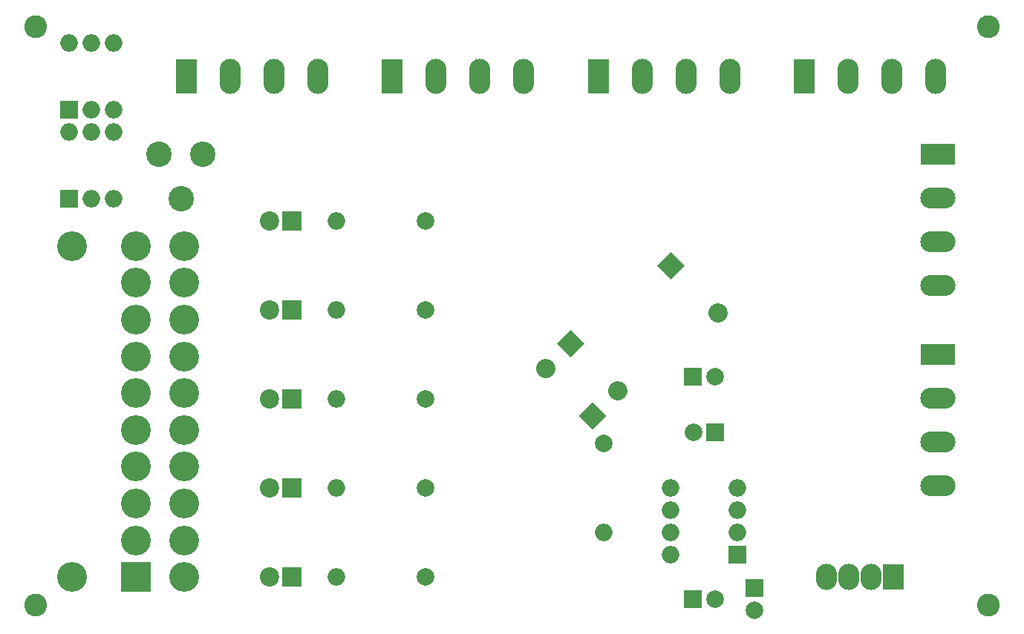
<source format=gbr>
G04 #@! TF.FileFunction,Soldermask,Bot*
%FSLAX46Y46*%
G04 Gerber Fmt 4.6, Leading zero omitted, Abs format (unit mm)*
G04 Created by KiCad (PCBNEW 4.0.7) date 05/09/18 21:29:34*
%MOMM*%
%LPD*%
G01*
G04 APERTURE LIST*
%ADD10C,0.100000*%
%ADD11C,2.200000*%
%ADD12R,3.400000X3.400000*%
%ADD13C,3.400000*%
%ADD14R,2.000000X2.000000*%
%ADD15C,2.000000*%
%ADD16R,2.200000X2.200000*%
%ADD17C,2.200000*%
%ADD18R,2.400000X3.000000*%
%ADD19O,2.400000X3.000000*%
%ADD20O,2.000000X2.000000*%
%ADD21C,2.900000*%
%ADD22R,2.400000X4.000000*%
%ADD23O,2.400000X4.000000*%
%ADD24R,4.000000X2.400000*%
%ADD25O,4.000000X2.400000*%
%ADD26C,2.600000*%
G04 APERTURE END LIST*
D10*
G36*
X133064365Y-71120000D02*
X134620000Y-69564365D01*
X136175635Y-71120000D01*
X134620000Y-72675635D01*
X133064365Y-71120000D01*
X133064365Y-71120000D01*
G37*
D11*
X140008154Y-76508154D02*
X140008154Y-76508154D01*
D12*
X73660000Y-106680000D03*
D13*
X73660000Y-102480000D03*
X73660000Y-98280000D03*
X73660000Y-94080000D03*
X73660000Y-89880000D03*
X73660000Y-85680000D03*
X73660000Y-81480000D03*
X73660000Y-77280000D03*
X73660000Y-73080000D03*
X73660000Y-68880000D03*
X79160000Y-106680000D03*
X79160000Y-102480000D03*
X79160000Y-98280000D03*
X79160000Y-94080000D03*
X79160000Y-89880000D03*
X79160000Y-85680000D03*
X79160000Y-81480000D03*
X79160000Y-77280000D03*
X79160000Y-73080000D03*
X79160000Y-68880000D03*
X66360000Y-106680000D03*
X66360000Y-68880000D03*
D14*
X137160000Y-83820000D03*
D15*
X139660000Y-83820000D03*
D14*
X144145000Y-107950000D03*
D15*
X144145000Y-110450000D03*
D14*
X137160000Y-109220000D03*
D15*
X139660000Y-109220000D03*
D14*
X139700000Y-90170000D03*
D15*
X137200000Y-90170000D03*
D16*
X91440000Y-66040000D03*
D17*
X88900000Y-66040000D03*
D16*
X91440000Y-76200000D03*
D17*
X88900000Y-76200000D03*
D16*
X91440000Y-86360000D03*
D17*
X88900000Y-86360000D03*
D16*
X91440000Y-96520000D03*
D17*
X88900000Y-96520000D03*
D16*
X91440000Y-106680000D03*
D17*
X88900000Y-106680000D03*
D10*
G36*
X121634365Y-80010000D02*
X123190000Y-78454365D01*
X124745635Y-80010000D01*
X123190000Y-81565635D01*
X121634365Y-80010000D01*
X121634365Y-80010000D01*
G37*
D11*
X128578154Y-85398154D02*
X128578154Y-85398154D01*
D10*
G36*
X127285635Y-88265000D02*
X125730000Y-89820635D01*
X124174365Y-88265000D01*
X125730000Y-86709365D01*
X127285635Y-88265000D01*
X127285635Y-88265000D01*
G37*
D11*
X120341846Y-82876846D02*
X120341846Y-82876846D01*
D18*
X160020000Y-106680000D03*
D19*
X157480000Y-106680000D03*
X154940000Y-106680000D03*
X152400000Y-106680000D03*
D15*
X127000000Y-91440000D03*
D20*
X127000000Y-101600000D03*
D15*
X106680000Y-66040000D03*
D20*
X96520000Y-66040000D03*
D15*
X106680000Y-76200000D03*
D20*
X96520000Y-76200000D03*
D15*
X106680000Y-86360000D03*
D20*
X96520000Y-86360000D03*
D15*
X106680000Y-96520000D03*
D20*
X96520000Y-96520000D03*
D15*
X106680000Y-106680000D03*
D20*
X96520000Y-106680000D03*
D14*
X66040000Y-53340000D03*
D20*
X71120000Y-45720000D03*
X68580000Y-53340000D03*
X68580000Y-45720000D03*
X71120000Y-53340000D03*
X66040000Y-45720000D03*
D14*
X66040000Y-63500000D03*
D20*
X71120000Y-55880000D03*
X68580000Y-63500000D03*
X68580000Y-55880000D03*
X71120000Y-63500000D03*
X66040000Y-55880000D03*
D14*
X142240000Y-104140000D03*
D20*
X134620000Y-96520000D03*
X142240000Y-101600000D03*
X134620000Y-99060000D03*
X142240000Y-99060000D03*
X134620000Y-101600000D03*
X142240000Y-96520000D03*
X134620000Y-104140000D03*
D21*
X78780000Y-63460000D03*
X76280000Y-58420000D03*
X81280000Y-58420000D03*
D22*
X79375000Y-49530000D03*
D23*
X84375000Y-49530000D03*
X89375000Y-49530000D03*
X94375000Y-49530000D03*
D22*
X102870000Y-49530000D03*
D23*
X107870000Y-49530000D03*
X112870000Y-49530000D03*
X117870000Y-49530000D03*
D22*
X126365000Y-49530000D03*
D23*
X131365000Y-49530000D03*
X136365000Y-49530000D03*
X141365000Y-49530000D03*
D22*
X149860000Y-49530000D03*
D23*
X154860000Y-49530000D03*
X159860000Y-49530000D03*
X164860000Y-49530000D03*
D24*
X165100000Y-58420000D03*
D25*
X165100000Y-63420000D03*
X165100000Y-68420000D03*
X165100000Y-73420000D03*
D24*
X165100000Y-81280000D03*
D25*
X165100000Y-86280000D03*
X165100000Y-91280000D03*
X165100000Y-96280000D03*
D26*
X62230000Y-43815000D03*
X62230000Y-109855000D03*
X170815000Y-43815000D03*
X170815000Y-109855000D03*
M02*

</source>
